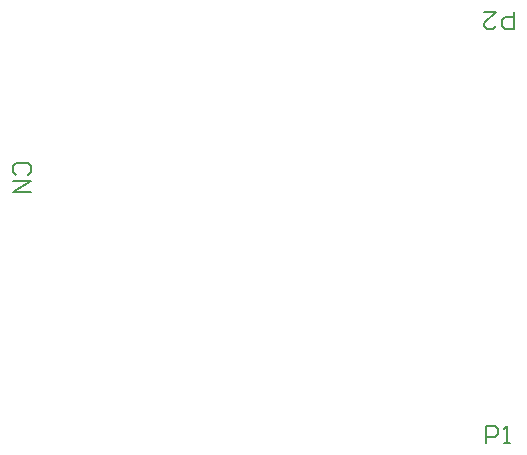
<source format=gbr>
G04*
G04 #@! TF.GenerationSoftware,Altium Limited,Altium Designer,24.1.2 (44)*
G04*
G04 Layer_Color=32768*
%FSLAX44Y44*%
%MOMM*%
G71*
G04*
G04 #@! TF.SameCoordinates,5DE7BCAC-930E-4ACC-850D-064FDCF0EFED*
G04*
G04*
G04 #@! TF.FilePolarity,Positive*
G04*
G01*
G75*
%ADD70C,0.1500*%
D70*
X34029Y270589D02*
X36528Y273088D01*
Y278087D01*
X34029Y280586D01*
X24032D01*
X21533Y278087D01*
Y273088D01*
X24032Y270589D01*
X21533Y265591D02*
X36528D01*
X21533Y255594D01*
X36528D01*
X445001Y408665D02*
Y393670D01*
X437504D01*
X435005Y396169D01*
Y401168D01*
X437504Y403667D01*
X445001D01*
X420010Y408665D02*
X430006D01*
X420010Y398668D01*
Y396169D01*
X422509Y393670D01*
X427507D01*
X430006Y396169D01*
X421840Y43150D02*
Y58145D01*
X429337D01*
X431837Y55646D01*
Y50648D01*
X429337Y48148D01*
X421840D01*
X436835Y43150D02*
X441833D01*
X439334D01*
Y58145D01*
X436835Y55646D01*
M02*

</source>
